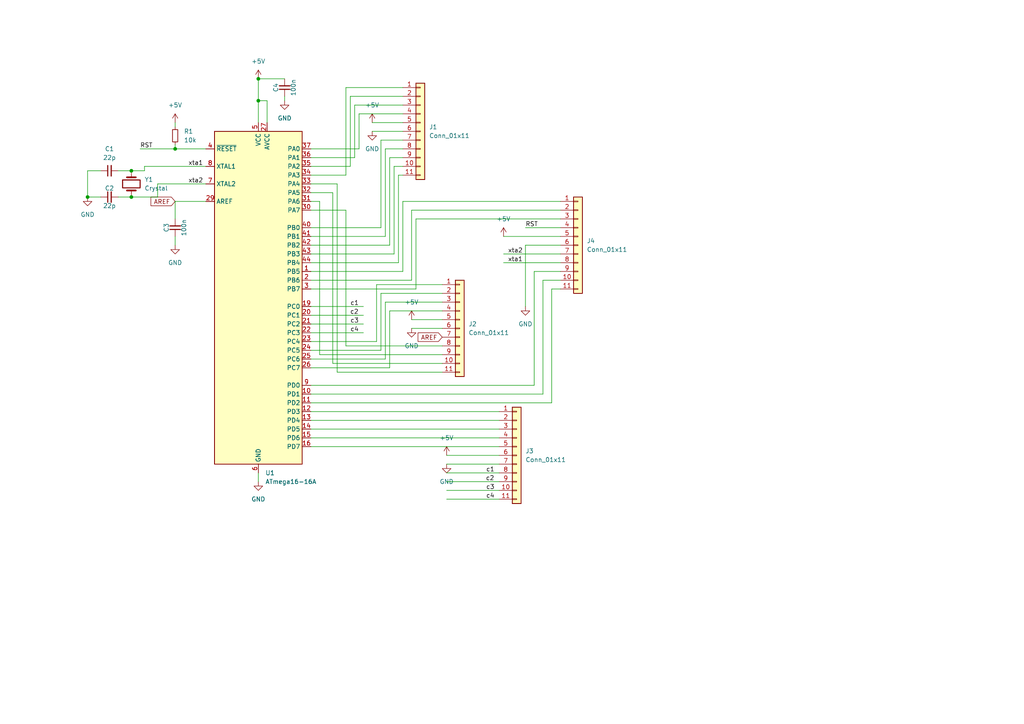
<source format=kicad_sch>
(kicad_sch (version 20211123) (generator eeschema)
  (paper "A4")
  (lib_symbols
    (symbol "Connector_Generic:Conn_01x11" (pin_names (offset 1.016) hide)
      (property "Reference" "J" (at 0 15.24 0))
      (property "Value" "Conn_01x11" (at 0 -15.24 0))
      (symbol "Conn_01x11_1_1"
        (rectangle (start -1.27 -12.573) (end 0 -12.827) (stroke (width 0.1524)))
        (rectangle (start -1.27 -10.033) (end 0 -10.287) (stroke (width 0.1524)))
        (rectangle (start -1.27 -7.493) (end 0 -7.747) (stroke (width 0.1524)))
        (rectangle (start -1.27 -4.953) (end 0 -5.207) (stroke (width 0.1524)))
        (rectangle (start -1.27 -2.413) (end 0 -2.667) (stroke (width 0.1524)))
        (rectangle (start -1.27 0.127) (end 0 -0.127) (stroke (width 0.1524)))
        (rectangle (start -1.27 2.667) (end 0 2.413) (stroke (width 0.1524)))
        (rectangle (start -1.27 5.207) (end 0 4.953) (stroke (width 0.1524)))
        (rectangle (start -1.27 7.747) (end 0 7.493) (stroke (width 0.1524)))
        (rectangle (start -1.27 10.287) (end 0 10.033) (stroke (width 0.1524)))
        (rectangle (start -1.27 12.827) (end 0 12.573) (stroke (width 0.1524)))
        (rectangle (start -1.27 13.97) (end 1.27 -13.97) (stroke (width 0.254)) (fill (type background)))
        (pin passive line (at -5.08 12.7 0) (length 3.81) (name "Pin_1") (number "1"))
        (pin passive line (at -5.08 -10.16 0) (length 3.81) (name "Pin_10") (number "10"))
        (pin passive line (at -5.08 -12.7 0) (length 3.81) (name "Pin_11") (number "11"))
        (pin passive line (at -5.08 10.16 0) (length 3.81) (name "Pin_2") (number "2"))
        (pin passive line (at -5.08 7.62 0) (length 3.81) (name "Pin_3") (number "3"))
        (pin passive line (at -5.08 5.08 0) (length 3.81) (name "Pin_4") (number "4"))
        (pin passive line (at -5.08 2.54 0) (length 3.81) (name "Pin_5") (number "5"))
        (pin passive line (at -5.08 0 0) (length 3.81) (name "Pin_6") (number "6"))
        (pin passive line (at -5.08 -2.54 0) (length 3.81) (name "Pin_7") (number "7"))
        (pin passive line (at -5.08 -5.08 0) (length 3.81) (name "Pin_8") (number "8"))
        (pin passive line (at -5.08 -7.62 0) (length 3.81) (name "Pin_9") (number "9"))
      )
    )
    (symbol "Device:C_Small" (pin_numbers hide) (pin_names (offset 0.254) hide)
      (property "Reference" "C" (at 0.254 1.778 0))
      (property "Value" "C_Small" (at 0.254 -2.032 0))
      (symbol "C_Small_0_1"
        (polyline (pts (xy -1.524 -0.508) (xy 1.524 -0.508)) (stroke (width 0.3302)))
        (polyline (pts (xy -1.524 0.508) (xy 1.524 0.508)) (stroke (width 0.3048)))
      )
      (symbol "C_Small_1_1"
        (pin passive line (at 0 2.54 270) (length 2.032) (name "~") (number "1"))
        (pin passive line (at 0 -2.54 90) (length 2.032) (name "~") (number "2"))
      )
    )
    (symbol "Device:Crystal" (pin_numbers hide) (pin_names (offset 1.016) hide)
      (property "Reference" "Y" (at 0 3.81 0))
      (property "Value" "Crystal" (at 0 -3.81 0))
      (symbol "Crystal_0_1"
        (rectangle (start -1.143 2.54) (end 1.143 -2.54) (stroke (width 0.3048)))
        (polyline (pts (xy -2.54 0) (xy -1.905 0)))
        (polyline (pts (xy -1.905 -1.27) (xy -1.905 1.27)) (stroke (width 0.508)))
        (polyline (pts (xy 1.905 -1.27) (xy 1.905 1.27)) (stroke (width 0.508)))
        (polyline (pts (xy 2.54 0) (xy 1.905 0)))
      )
      (symbol "Crystal_1_1"
        (pin passive line (at -3.81 0 0) (length 1.27) (name "1") (number "1"))
        (pin passive line (at 3.81 0 180) (length 1.27) (name "2") (number "2"))
      )
    )
    (symbol "Device:R_Small" (pin_numbers hide) (pin_names (offset 0.254) hide)
      (property "Reference" "R" (at 0.762 0.508 0))
      (property "Value" "R_Small" (at 0.762 -1.016 0))
      (symbol "R_Small_0_1"
        (rectangle (start -0.762 1.778) (end 0.762 -1.778) (stroke (width 0.2032)))
      )
      (symbol "R_Small_1_1"
        (pin passive line (at 0 2.54 270) (length 0.762) (name "~") (number "1"))
        (pin passive line (at 0 -2.54 90) (length 0.762) (name "~") (number "2"))
      )
    )
    (symbol "MCU_Microchip_ATmega:ATmega16-16A"
      (property "Reference" "U" (at -12.7 49.53 0))
      (property "Value" "ATmega16-16A" (at 2.54 -49.53 0))
      (symbol "ATmega16-16A_0_1"
        (rectangle (start -12.7 -48.26) (end 12.7 48.26) (stroke (width 0.254)) (fill (type background)))
      )
      (symbol "ATmega16-16A_1_1"
        (pin bidirectional line (at 15.24 7.62 180) (length 2.54) (name "PB5") (number "1"))
        (pin bidirectional line (at 15.24 -27.94 180) (length 2.54) (name "PD1") (number "10"))
        (pin bidirectional line (at 15.24 -30.48 180) (length 2.54) (name "PD2") (number "11"))
        (pin bidirectional line (at 15.24 -33.02 180) (length 2.54) (name "PD3") (number "12"))
        (pin bidirectional line (at 15.24 -35.56 180) (length 2.54) (name "PD4") (number "13"))
        (pin bidirectional line (at 15.24 -38.1 180) (length 2.54) (name "PD5") (number "14"))
        (pin bidirectional line (at 15.24 -40.64 180) (length 2.54) (name "PD6") (number "15"))
        (pin bidirectional line (at 15.24 -43.18 180) (length 2.54) (name "PD7") (number "16"))
        (pin passive line (at 0 50.8 270) (length 2.54) hide (name "VCC") (number "17"))
        (pin passive line (at 0 -50.8 90) (length 2.54) hide (name "GND") (number "18"))
        (pin bidirectional line (at 15.24 -2.54 180) (length 2.54) (name "PC0") (number "19"))
        (pin bidirectional line (at 15.24 5.08 180) (length 2.54) (name "PB6") (number "2"))
        (pin bidirectional line (at 15.24 -5.08 180) (length 2.54) (name "PC1") (number "20"))
        (pin bidirectional line (at 15.24 -7.62 180) (length 2.54) (name "PC2") (number "21"))
        (pin bidirectional line (at 15.24 -10.16 180) (length 2.54) (name "PC3") (number "22"))
        (pin bidirectional line (at 15.24 -12.7 180) (length 2.54) (name "PC4") (number "23"))
        (pin bidirectional line (at 15.24 -15.24 180) (length 2.54) (name "PC5") (number "24"))
        (pin bidirectional line (at 15.24 -17.78 180) (length 2.54) (name "PC6") (number "25"))
        (pin bidirectional line (at 15.24 -20.32 180) (length 2.54) (name "PC7") (number "26"))
        (pin power_in line (at 2.54 50.8 270) (length 2.54) (name "AVCC") (number "27"))
        (pin passive line (at 0 -50.8 90) (length 2.54) hide (name "GND") (number "28"))
        (pin passive line (at -15.24 27.94 0) (length 2.54) (name "AREF") (number "29"))
        (pin bidirectional line (at 15.24 2.54 180) (length 2.54) (name "PB7") (number "3"))
        (pin bidirectional line (at 15.24 25.4 180) (length 2.54) (name "PA7") (number "30"))
        (pin bidirectional line (at 15.24 27.94 180) (length 2.54) (name "PA6") (number "31"))
        (pin bidirectional line (at 15.24 30.48 180) (length 2.54) (name "PA5") (number "32"))
        (pin bidirectional line (at 15.24 33.02 180) (length 2.54) (name "PA4") (number "33"))
        (pin bidirectional line (at 15.24 35.56 180) (length 2.54) (name "PA3") (number "34"))
        (pin bidirectional line (at 15.24 38.1 180) (length 2.54) (name "PA2") (number "35"))
        (pin bidirectional line (at 15.24 40.64 180) (length 2.54) (name "PA1") (number "36"))
        (pin bidirectional line (at 15.24 43.18 180) (length 2.54) (name "PA0") (number "37"))
        (pin passive line (at 0 50.8 270) (length 2.54) hide (name "VCC") (number "38"))
        (pin passive line (at 0 -50.8 90) (length 2.54) hide (name "GND") (number "39"))
        (pin input line (at -15.24 43.18 0) (length 2.54) (name "~{RESET}") (number "4"))
        (pin bidirectional line (at 15.24 20.32 180) (length 2.54) (name "PB0") (number "40"))
        (pin bidirectional line (at 15.24 17.78 180) (length 2.54) (name "PB1") (number "41"))
        (pin bidirectional line (at 15.24 15.24 180) (length 2.54) (name "PB2") (number "42"))
        (pin bidirectional line (at 15.24 12.7 180) (length 2.54) (name "PB3") (number "43"))
        (pin bidirectional line (at 15.24 10.16 180) (length 2.54) (name "PB4") (number "44"))
        (pin power_in line (at 0 50.8 270) (length 2.54) (name "VCC") (number "5"))
        (pin power_in line (at 0 -50.8 90) (length 2.54) (name "GND") (number "6"))
        (pin output line (at -15.24 33.02 0) (length 2.54) (name "XTAL2") (number "7"))
        (pin input line (at -15.24 38.1 0) (length 2.54) (name "XTAL1") (number "8"))
        (pin bidirectional line (at 15.24 -25.4 180) (length 2.54) (name "PD0") (number "9"))
      )
    )
    (symbol "power:+5V" (power) (pin_names (offset 0))
      (property "Value" "+5V" (at 0 3.556 0))
      (symbol "+5V_0_1"
        (polyline (pts (xy -0.762 1.27) (xy 0 2.54)))
        (polyline (pts (xy 0 0) (xy 0 2.54)))
        (polyline (pts (xy 0 2.54) (xy 0.762 1.27)))
      )
      (symbol "+5V_1_1"
        (pin power_in line (at 0 0 90) (length 0) hide (name "+5V") (number "1"))
      )
    )
    (symbol "power:GND" (power) (pin_names (offset 0))
      (property "Value" "GND" (at 0 -3.81 0))
      (symbol "GND_0_1"
        (polyline (pts (xy 0 0) (xy 0 -1.27) (xy 1.27 -1.27) (xy 0 -2.54) (xy -1.27 -1.27) (xy 0 -1.27)))
      )
      (symbol "GND_1_1"
        (pin power_in line (at 0 0 270) (length 0) hide (name "GND") (number "1"))
      )
    )
  )
  (junction (at 74.93 22.86))
  (junction (at 74.93 29.21))
  (junction (at 38.1 49.53))
  (junction (at 50.8 43.18))
  (junction (at 25.4 57.15))
  (junction (at 38.1 57.15))
  (wire (pts (xy 129.54 142.24) (xy 144.78 142.24)))
  (wire (pts (xy 40.64 43.18) (xy 50.8 43.18)))
  (wire (pts (xy 50.8 68.58) (xy 50.8 71.12)))
  (wire (pts (xy 111.76 68.58) (xy 111.76 43.18)))
  (wire (pts (xy 29.21 49.53) (xy 25.4 49.53)))
  (wire (pts (xy 90.17 88.9) (xy 105.41 88.9)))
  (wire (pts (xy 96.52 55.88) (xy 96.52 105.41)))
  (wire (pts (xy 113.03 71.12) (xy 113.03 45.72)))
  (wire (pts (xy 90.17 73.66) (xy 114.3 73.66)))
  (wire (pts (xy 129.54 132.08) (xy 144.78 132.08)))
  (wire (pts (xy 90.17 106.68) (xy 113.03 106.68)))
  (wire (pts (xy 154.94 78.74) (xy 162.56 78.74)))
  (wire (pts (xy 77.47 35.56) (xy 77.47 29.21)))
  (wire (pts (xy 104.14 33.02) (xy 116.84 33.02)))
  (wire (pts (xy 129.54 144.78) (xy 144.78 144.78)))
  (wire (pts (xy 90.17 83.82) (xy 120.65 83.82)))
  (wire (pts (xy 129.54 134.62) (xy 144.78 134.62)))
  (wire (pts (xy 90.17 129.54) (xy 144.78 129.54)))
  (wire (pts (xy 59.69 48.26) (xy 41.91 48.26)))
  (wire (pts (xy 90.17 124.46) (xy 144.78 124.46)))
  (wire (pts (xy 129.54 137.16) (xy 144.78 137.16)))
  (wire (pts (xy 107.95 35.56) (xy 116.84 35.56)))
  (wire (pts (xy 110.49 85.09) (xy 128.27 85.09)))
  (wire (pts (xy 90.17 99.06) (xy 109.22 99.06)))
  (wire (pts (xy 41.91 48.26) (xy 41.91 49.53)))
  (wire (pts (xy 119.38 60.96) (xy 162.56 60.96)))
  (wire (pts (xy 90.17 121.92) (xy 144.78 121.92)))
  (wire (pts (xy 152.4 66.04) (xy 162.56 66.04)))
  (wire (pts (xy 92.71 102.87) (xy 128.27 102.87)))
  (wire (pts (xy 102.87 45.72) (xy 102.87 30.48)))
  (wire (pts (xy 92.71 58.42) (xy 92.71 102.87)))
  (wire (pts (xy 111.76 87.63) (xy 128.27 87.63)))
  (wire (pts (xy 90.17 101.6) (xy 110.49 101.6)))
  (wire (pts (xy 102.87 30.48) (xy 116.84 30.48)))
  (wire (pts (xy 120.65 83.82) (xy 120.65 63.5)))
  (wire (pts (xy 152.4 88.9) (xy 152.4 71.12)))
  (wire (pts (xy 90.17 43.18) (xy 104.14 43.18)))
  (wire (pts (xy 116.84 58.42) (xy 162.56 58.42)))
  (wire (pts (xy 90.17 48.26) (xy 101.6 48.26)))
  (wire (pts (xy 97.79 53.34) (xy 97.79 107.95)))
  (wire (pts (xy 154.94 111.76) (xy 154.94 78.74)))
  (wire (pts (xy 110.49 40.64) (xy 116.84 40.64)))
  (wire (pts (xy 119.38 95.25) (xy 128.27 95.25)))
  (wire (pts (xy 38.1 49.53) (xy 41.91 49.53)))
  (wire (pts (xy 109.22 82.55) (xy 128.27 82.55)))
  (wire (pts (xy 59.69 58.42) (xy 50.8 58.42)))
  (wire (pts (xy 90.17 91.44) (xy 105.41 91.44)))
  (wire (pts (xy 100.33 50.8) (xy 100.33 25.4)))
  (wire (pts (xy 120.65 63.5) (xy 162.56 63.5)))
  (wire (pts (xy 146.05 68.58) (xy 162.56 68.58)))
  (wire (pts (xy 90.17 96.52) (xy 105.41 96.52)))
  (wire (pts (xy 101.6 27.94) (xy 116.84 27.94)))
  (wire (pts (xy 90.17 127) (xy 144.78 127)))
  (wire (pts (xy 115.57 50.8) (xy 116.84 50.8)))
  (wire (pts (xy 77.47 29.21) (xy 74.93 29.21)))
  (wire (pts (xy 157.48 114.3) (xy 157.48 81.28)))
  (wire (pts (xy 114.3 73.66) (xy 114.3 48.26)))
  (wire (pts (xy 90.17 71.12) (xy 113.03 71.12)))
  (wire (pts (xy 116.84 78.74) (xy 116.84 58.42)))
  (wire (pts (xy 90.17 76.2) (xy 115.57 76.2)))
  (wire (pts (xy 74.93 29.21) (xy 74.93 35.56)))
  (wire (pts (xy 101.6 48.26) (xy 101.6 27.94)))
  (wire (pts (xy 96.52 105.41) (xy 128.27 105.41)))
  (wire (pts (xy 82.55 22.86) (xy 74.93 22.86)))
  (wire (pts (xy 74.93 137.16) (xy 74.93 139.7)))
  (wire (pts (xy 45.72 53.34) (xy 45.72 57.15)))
  (wire (pts (xy 115.57 76.2) (xy 115.57 50.8)))
  (wire (pts (xy 90.17 45.72) (xy 102.87 45.72)))
  (wire (pts (xy 34.29 49.53) (xy 38.1 49.53)))
  (wire (pts (xy 104.14 43.18) (xy 104.14 33.02)))
  (wire (pts (xy 90.17 104.14) (xy 111.76 104.14)))
  (wire (pts (xy 90.17 68.58) (xy 111.76 68.58)))
  (wire (pts (xy 100.33 100.33) (xy 128.27 100.33)))
  (wire (pts (xy 90.17 78.74) (xy 116.84 78.74)))
  (wire (pts (xy 100.33 60.96) (xy 100.33 100.33)))
  (wire (pts (xy 146.05 76.2) (xy 162.56 76.2)))
  (wire (pts (xy 34.29 57.15) (xy 38.1 57.15)))
  (wire (pts (xy 119.38 92.71) (xy 128.27 92.71)))
  (wire (pts (xy 90.17 116.84) (xy 160.02 116.84)))
  (wire (pts (xy 90.17 119.38) (xy 144.78 119.38)))
  (wire (pts (xy 110.49 66.04) (xy 110.49 40.64)))
  (wire (pts (xy 157.48 81.28) (xy 162.56 81.28)))
  (wire (pts (xy 90.17 93.98) (xy 105.41 93.98)))
  (wire (pts (xy 25.4 57.15) (xy 29.21 57.15)))
  (wire (pts (xy 90.17 111.76) (xy 154.94 111.76)))
  (wire (pts (xy 45.72 57.15) (xy 38.1 57.15)))
  (wire (pts (xy 119.38 81.28) (xy 119.38 60.96)))
  (wire (pts (xy 59.69 53.34) (xy 45.72 53.34)))
  (wire (pts (xy 90.17 66.04) (xy 110.49 66.04)))
  (wire (pts (xy 50.8 58.42) (xy 50.8 63.5)))
  (wire (pts (xy 160.02 116.84) (xy 160.02 83.82)))
  (wire (pts (xy 90.17 50.8) (xy 100.33 50.8)))
  (wire (pts (xy 25.4 49.53) (xy 25.4 57.15)))
  (wire (pts (xy 90.17 81.28) (xy 119.38 81.28)))
  (wire (pts (xy 90.17 55.88) (xy 96.52 55.88)))
  (wire (pts (xy 100.33 25.4) (xy 116.84 25.4)))
  (wire (pts (xy 109.22 99.06) (xy 109.22 82.55)))
  (wire (pts (xy 90.17 53.34) (xy 97.79 53.34)))
  (wire (pts (xy 110.49 101.6) (xy 110.49 85.09)))
  (wire (pts (xy 90.17 114.3) (xy 157.48 114.3)))
  (wire (pts (xy 111.76 104.14) (xy 111.76 87.63)))
  (wire (pts (xy 90.17 60.96) (xy 100.33 60.96)))
  (wire (pts (xy 113.03 90.17) (xy 128.27 90.17)))
  (wire (pts (xy 114.3 48.26) (xy 116.84 48.26)))
  (wire (pts (xy 74.93 22.86) (xy 74.93 29.21)))
  (wire (pts (xy 107.95 38.1) (xy 116.84 38.1)))
  (wire (pts (xy 50.8 41.91) (xy 50.8 43.18)))
  (wire (pts (xy 129.54 139.7) (xy 144.78 139.7)))
  (wire (pts (xy 50.8 35.56) (xy 50.8 36.83)))
  (wire (pts (xy 113.03 106.68) (xy 113.03 90.17)))
  (wire (pts (xy 111.76 43.18) (xy 116.84 43.18)))
  (wire (pts (xy 82.55 27.94) (xy 82.55 29.21)))
  (wire (pts (xy 146.05 73.66) (xy 162.56 73.66)))
  (wire (pts (xy 59.69 43.18) (xy 50.8 43.18)))
  (wire (pts (xy 90.17 58.42) (xy 92.71 58.42)))
  (wire (pts (xy 160.02 83.82) (xy 162.56 83.82)))
  (wire (pts (xy 113.03 45.72) (xy 116.84 45.72)))
  (wire (pts (xy 97.79 107.95) (xy 128.27 107.95)))
  (wire (pts (xy 152.4 71.12) (xy 162.56 71.12)))
  (label "c1" (at 140.97 137.16 0))
  (label "c3" (at 140.97 142.24 0))
  (label "xta2" (at 147.32 73.66 0))
  (label "RST" (at 40.64 43.18 0))
  (label "c2" (at 140.891 139.7 0))
  (label "xta2" (at 54.61 53.34 0))
  (label "c4" (at 140.97 144.78 0))
  (label "c3" (at 101.6 93.98 0))
  (label "xta1" (at 54.61 48.26 0))
  (label "RST" (at 152.4 66.04 0))
  (label "c1" (at 101.6 88.9 0))
  (label "xta1" (at 147.32 76.2 0))
  (label "c2" (at 101.521 91.44 0))
  (label "c4" (at 101.6 96.52 0))
  (global_label "AREF" (shape input) (at 128.27 97.79 180) (property "Sayfalar Arası Referanslar" "${INTERSHEET_REFS}" (effects hide)))
  (global_label "AREF" (shape input) (at 50.8 58.42 180) (property "Sayfalar Arası Referanslar" "${INTERSHEET_REFS}" (effects hide)))
  (symbol (lib_id "power:GND") (at 119.38 95.25 0) (unit 1)
    (property "Reference" "#PWR0110" (effects hide))
    (property "Value" "GND" (at 119.38 100.33 0))
  )
  (symbol (lib_id "Device:C_Small") (at 50.8 66.04 180) (unit 1)
    (property "Reference" "C3" (at 48.26 66.04 90))
    (property "Value" "100n" (at 53.34 66.04 90))
    (property "Footprint" "Capacitor_THT:C_Disc_D3.0mm_W2.0mm_P2.50mm" (effects hide))
  )
  (symbol (lib_id "Device:C_Small") (at 31.75 49.53 90) (unit 1)
    (property "Reference" "C1" (at 31.7563 43.18 90))
    (property "Value" "22p" (at 31.7563 45.72 90))
    (property "Footprint" "Capacitor_THT:C_Disc_D3.0mm_W2.0mm_P2.50mm" (effects hide))
  )
  (symbol (lib_id "power:+5V") (at 107.95 35.56 0) (unit 1)
    (property "Reference" "#PWR0113" (effects hide))
    (property "Value" "+5V" (at 107.95 30.48 0))
  )
  (symbol (lib_id "Device:Crystal") (at 38.1 53.34 270) (unit 1)
    (property "Reference" "Y1" (at 41.91 52.0699 90) (effects (justify left)))
    (property "Value" "Crystal" (at 41.91 54.6099 90) (effects (justify left)))
    (property "Footprint" "Crystal:Crystal_HC49-4H_Vertical" (effects hide))
  )
  (symbol (lib_id "Device:C_Small") (at 31.75 57.15 90) (unit 1)
    (property "Reference" "C2" (at 31.75 54.61 90))
    (property "Value" "22p" (at 31.75 59.69 90))
    (property "Footprint" "Capacitor_THT:C_Disc_D3.0mm_W2.0mm_P2.50mm" (effects hide))
  )
  (symbol (lib_id "Connector_Generic:Conn_01x11") (at 167.64 71.12 0) (unit 1)
    (property "Reference" "J4" (at 170.18 69.8499 0) (effects (justify left)))
    (property "Value" "Conn_01x11" (at 170.18 72.3899 0) (effects (justify left)))
    (property "Footprint" "Connector_PinHeader_2.54mm:PinHeader_1x11_P2.54mm_Vertical" (effects hide))
  )
  (symbol (lib_id "Device:C_Small") (at 82.55 25.4 180) (unit 1)
    (property "Reference" "C4" (at 80.01 25.4 90))
    (property "Value" "100n" (at 85.09 25.4 90))
    (property "Footprint" "Capacitor_THT:C_Disc_D3.0mm_W2.0mm_P2.50mm" (effects hide))
  )
  (symbol (lib_id "Connector_Generic:Conn_01x11") (at 133.35 95.25 0) (unit 1)
    (property "Reference" "J2" (at 135.89 93.9799 0) (effects (justify left)))
    (property "Value" "Conn_01x11" (at 135.89 96.5199 0) (effects (justify left)))
    (property "Footprint" "Connector_PinHeader_2.54mm:PinHeader_1x11_P2.54mm_Vertical" (effects hide))
  )
  (symbol (lib_id "power:GND") (at 129.54 134.62 0) (unit 1)
    (property "Reference" "#PWR0112" (effects hide))
    (property "Value" "GND" (at 129.54 139.7 0))
  )
  (symbol (lib_id "MCU_Microchip_ATmega:ATmega16-16A") (at 74.93 86.36 0) (unit 1)
    (property "Reference" "U1" (at 76.9494 137.16 0) (effects (justify left)))
    (property "Value" "ATmega16-16A" (at 76.9494 139.7 0) (effects (justify left)))
    (property "Footprint" "Package_QFP:TQFP-44_10x10mm_P0.8mm" (effects hide))
    (property "Datasheet" "http://ww1.microchip.com/downloads/en/DeviceDoc/doc2466.pdf" (effects hide))
  )
  (symbol (lib_id "power:+5V") (at 129.54 132.08 0) (unit 1)
    (property "Reference" "#PWR0111" (effects hide))
    (property "Value" "+5V" (at 129.54 127 0))
  )
  (symbol (lib_id "power:+5V") (at 146.05 68.58 0) (unit 1)
    (property "Reference" "#PWR0107" (effects hide))
    (property "Value" "+5V" (at 146.05 63.5 0))
  )
  (symbol (lib_id "power:+5V") (at 119.38 92.71 0) (unit 1)
    (property "Reference" "#PWR0109" (effects hide))
    (property "Value" "+5V" (at 119.38 87.63 0))
  )
  (symbol (lib_id "power:GND") (at 74.93 139.7 0) (unit 1)
    (property "Reference" "#PWR0101" (effects hide))
    (property "Value" "GND" (at 74.93 144.78 0))
  )
  (symbol (lib_id "Connector_Generic:Conn_01x11") (at 121.92 38.1 0) (unit 1)
    (property "Reference" "J1" (at 124.46 36.8299 0) (effects (justify left)))
    (property "Value" "Conn_01x11" (at 124.46 39.3699 0) (effects (justify left)))
    (property "Footprint" "Connector_PinHeader_2.54mm:PinHeader_1x11_P2.54mm_Vertical" (effects hide))
  )
  (symbol (lib_id "power:GND") (at 50.8 71.12 0) (unit 1)
    (property "Reference" "#PWR0103" (effects hide))
    (property "Value" "GND" (at 50.8 76.2 0))
  )
  (symbol (lib_id "power:GND") (at 25.4 57.15 0) (unit 1)
    (property "Reference" "#PWR0102" (effects hide))
    (property "Value" "GND" (at 25.4 62.23 0))
  )
  (symbol (lib_id "power:GND") (at 107.95 38.1 0) (unit 1)
    (property "Reference" "#PWR0114" (effects hide))
    (property "Value" "GND" (at 107.95 43.18 0))
  )
  (symbol (lib_id "power:GND") (at 152.4 88.9 0) (unit 1)
    (property "Reference" "#PWR0108" (effects hide))
    (property "Value" "GND" (at 152.4 93.98 0))
  )
  (symbol (lib_id "power:+5V") (at 74.93 22.86 0) (unit 1)
    (property "Reference" "#PWR0105" (effects hide))
    (property "Value" "+5V" (at 74.93 17.78 0))
  )
  (symbol (lib_id "power:GND") (at 82.55 29.21 0) (unit 1)
    (property "Reference" "#PWR0104" (effects hide))
    (property "Value" "GND" (at 82.55 34.29 0))
  )
  (symbol (lib_id "Connector_Generic:Conn_01x11") (at 149.86 132.08 0) (unit 1)
    (property "Reference" "J3" (at 152.4 130.8099 0) (effects (justify left)))
    (property "Value" "Conn_01x11" (at 152.4 133.3499 0) (effects (justify left)))
    (property "Footprint" "Connector_PinHeader_2.54mm:PinHeader_1x11_P2.54mm_Vertical" (effects hide))
  )
  (symbol (lib_id "power:+5V") (at 50.8 35.56 0) (unit 1)
    (property "Reference" "#PWR0106" (effects hide))
    (property "Value" "+5V" (at 50.8 30.48 0))
  )
  (symbol (lib_id "Device:R_Small") (at 50.8 39.37 0) (unit 1)
    (property "Reference" "R1" (at 53.34 38.0999 0) (effects (justify left)))
    (property "Value" "10k" (at 53.34 40.6399 0) (effects (justify left)))
    (property "Footprint" "Resistor_THT:R_Axial_DIN0204_L3.6mm_D1.6mm_P7.62mm_Horizontal" (effects hide))
  )
)
</source>
